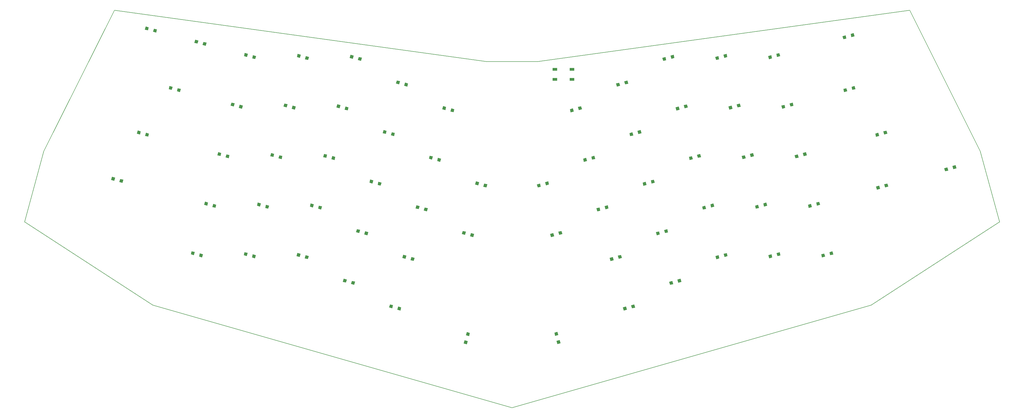
<source format=gbp>
G04 #@! TF.FileFunction,Paste,Bot*
%FSLAX46Y46*%
G04 Gerber Fmt 4.6, Leading zero omitted, Abs format (unit mm)*
G04 Created by KiCad (PCBNEW 4.0.7) date 09/07/18 18:10:35*
%MOMM*%
%LPD*%
G01*
G04 APERTURE LIST*
%ADD10C,0.100000*%
%ADD11C,0.150000*%
%ADD12R,1.700000X1.000000*%
G04 APERTURE END LIST*
D10*
D11*
X19050000Y-107156250D02*
X-28575000Y-76200000D01*
X152400000Y-145256250D02*
X19050000Y-107156250D01*
X285750000Y-107156250D02*
X152400000Y-145256250D01*
X333375000Y-76200000D02*
X285750000Y-107156250D01*
X326231250Y-50006250D02*
X333375000Y-76200000D01*
X300037500Y2381250D02*
X326231250Y-50006250D01*
X161925000Y-16668750D02*
X300037500Y2381250D01*
X142875000Y-16668750D02*
X161925000Y-16668750D01*
X4762500Y2381250D02*
X142875000Y-16668750D01*
X-21431250Y-50006250D02*
X4762500Y2381250D01*
X-28575000Y-76200000D02*
X-21431250Y-50006250D01*
D10*
G36*
X54326854Y-13814844D02*
X54016271Y-14973955D01*
X52857160Y-14663372D01*
X53167743Y-13504261D01*
X54326854Y-13814844D01*
X54326854Y-13814844D01*
G37*
G36*
X57369520Y-14630124D02*
X57058937Y-15789235D01*
X55899826Y-15478652D01*
X56210409Y-14319541D01*
X57369520Y-14630124D01*
X57369520Y-14630124D01*
G37*
G36*
X35925967Y-8884341D02*
X35615384Y-10043452D01*
X34456273Y-9732869D01*
X34766856Y-8573758D01*
X35925967Y-8884341D01*
X35925967Y-8884341D01*
G37*
G36*
X38968633Y-9699621D02*
X38658050Y-10858732D01*
X37498939Y-10548149D01*
X37809522Y-9389038D01*
X38968633Y-9699621D01*
X38968633Y-9699621D01*
G37*
G36*
X17525080Y-3953839D02*
X17214497Y-5112950D01*
X16055386Y-4802367D01*
X16365969Y-3643256D01*
X17525080Y-3953839D01*
X17525080Y-3953839D01*
G37*
G36*
X20567746Y-4769119D02*
X20257163Y-5928230D01*
X19098052Y-5617647D01*
X19408635Y-4458536D01*
X20567746Y-4769119D01*
X20567746Y-4769119D01*
G37*
G36*
X49396351Y-32215731D02*
X49085768Y-33374842D01*
X47926657Y-33064259D01*
X48237240Y-31905148D01*
X49396351Y-32215731D01*
X49396351Y-32215731D01*
G37*
G36*
X52439017Y-33031011D02*
X52128434Y-34190122D01*
X50969323Y-33879539D01*
X51279906Y-32720428D01*
X52439017Y-33031011D01*
X52439017Y-33031011D01*
G37*
G36*
X26395243Y-26052603D02*
X26084660Y-27211714D01*
X24925549Y-26901131D01*
X25236132Y-25742020D01*
X26395243Y-26052603D01*
X26395243Y-26052603D01*
G37*
G36*
X29437909Y-26867883D02*
X29127326Y-28026994D01*
X27968215Y-27716411D01*
X28278798Y-26557300D01*
X29437909Y-26867883D01*
X29437909Y-26867883D01*
G37*
G36*
X44465849Y-50616618D02*
X44155266Y-51775729D01*
X42996155Y-51465146D01*
X43306738Y-50306035D01*
X44465849Y-50616618D01*
X44465849Y-50616618D01*
G37*
G36*
X47508515Y-51431898D02*
X47197932Y-52591009D01*
X46038821Y-52280426D01*
X46349404Y-51121315D01*
X47508515Y-51431898D01*
X47508515Y-51431898D01*
G37*
G36*
X14564407Y-42604551D02*
X14253824Y-43763662D01*
X13094713Y-43453079D01*
X13405296Y-42293968D01*
X14564407Y-42604551D01*
X14564407Y-42604551D01*
G37*
G36*
X17607073Y-43419831D02*
X17296490Y-44578942D01*
X16137379Y-44268359D01*
X16447962Y-43109248D01*
X17607073Y-43419831D01*
X17607073Y-43419831D01*
G37*
G36*
X39535346Y-69017505D02*
X39224763Y-70176616D01*
X38065652Y-69866033D01*
X38376235Y-68706922D01*
X39535346Y-69017505D01*
X39535346Y-69017505D01*
G37*
G36*
X42578012Y-69832785D02*
X42267429Y-70991896D01*
X41108318Y-70681313D01*
X41418901Y-69522202D01*
X42578012Y-69832785D01*
X42578012Y-69832785D01*
G37*
G36*
X5033683Y-59772812D02*
X4723100Y-60931923D01*
X3563989Y-60621340D01*
X3874572Y-59462229D01*
X5033683Y-59772812D01*
X5033683Y-59772812D01*
G37*
G36*
X8076349Y-60588092D02*
X7765766Y-61747203D01*
X6606655Y-61436620D01*
X6917238Y-60277509D01*
X8076349Y-60588092D01*
X8076349Y-60588092D01*
G37*
G36*
X73960367Y-14145125D02*
X73649784Y-15304236D01*
X72490673Y-14993653D01*
X72801256Y-13834542D01*
X73960367Y-14145125D01*
X73960367Y-14145125D01*
G37*
G36*
X77003033Y-14960405D02*
X76692450Y-16119516D01*
X75533339Y-15808933D01*
X75843922Y-14649822D01*
X77003033Y-14960405D01*
X77003033Y-14960405D01*
G37*
G36*
X93593880Y-14475406D02*
X93283297Y-15634517D01*
X92124186Y-15323934D01*
X92434769Y-14164823D01*
X93593880Y-14475406D01*
X93593880Y-14475406D01*
G37*
G36*
X96636546Y-15290686D02*
X96325963Y-16449797D01*
X95166852Y-16139214D01*
X95477435Y-14980103D01*
X96636546Y-15290686D01*
X96636546Y-15290686D01*
G37*
G36*
X88663377Y-32876293D02*
X88352794Y-34035404D01*
X87193683Y-33724821D01*
X87504266Y-32565710D01*
X88663377Y-32876293D01*
X88663377Y-32876293D01*
G37*
G36*
X91706043Y-33691573D02*
X91395460Y-34850684D01*
X90236349Y-34540101D01*
X90546932Y-33380990D01*
X91706043Y-33691573D01*
X91706043Y-33691573D01*
G37*
G36*
X69029864Y-32546012D02*
X68719281Y-33705123D01*
X67560170Y-33394540D01*
X67870753Y-32235429D01*
X69029864Y-32546012D01*
X69029864Y-32546012D01*
G37*
G36*
X72072530Y-33361292D02*
X71761947Y-34520403D01*
X70602836Y-34209820D01*
X70913419Y-33050709D01*
X72072530Y-33361292D01*
X72072530Y-33361292D01*
G37*
G36*
X83732874Y-51277180D02*
X83422291Y-52436291D01*
X82263180Y-52125708D01*
X82573763Y-50966597D01*
X83732874Y-51277180D01*
X83732874Y-51277180D01*
G37*
G36*
X86775540Y-52092460D02*
X86464957Y-53251571D01*
X85305846Y-52940988D01*
X85616429Y-51781877D01*
X86775540Y-52092460D01*
X86775540Y-52092460D01*
G37*
G36*
X64099361Y-50946899D02*
X63788778Y-52106010D01*
X62629667Y-51795427D01*
X62940250Y-50636316D01*
X64099361Y-50946899D01*
X64099361Y-50946899D01*
G37*
G36*
X67142027Y-51762179D02*
X66831444Y-52921290D01*
X65672333Y-52610707D01*
X65982916Y-51451596D01*
X67142027Y-51762179D01*
X67142027Y-51762179D01*
G37*
G36*
X59168858Y-69347786D02*
X58858275Y-70506897D01*
X57699164Y-70196314D01*
X58009747Y-69037203D01*
X59168858Y-69347786D01*
X59168858Y-69347786D01*
G37*
G36*
X62211524Y-70163066D02*
X61900941Y-71322177D01*
X60741830Y-71011594D01*
X61052413Y-69852483D01*
X62211524Y-70163066D01*
X62211524Y-70163066D01*
G37*
G36*
X54238356Y-87748673D02*
X53927773Y-88907784D01*
X52768662Y-88597201D01*
X53079245Y-87438090D01*
X54238356Y-87748673D01*
X54238356Y-87748673D01*
G37*
G36*
X57281022Y-88563953D02*
X56970439Y-89723064D01*
X55811328Y-89412481D01*
X56121911Y-88253370D01*
X57281022Y-88563953D01*
X57281022Y-88563953D01*
G37*
G36*
X34604843Y-87418392D02*
X34294260Y-88577503D01*
X33135149Y-88266920D01*
X33445732Y-87107809D01*
X34604843Y-87418392D01*
X34604843Y-87418392D01*
G37*
G36*
X37647509Y-88233672D02*
X37336926Y-89392783D01*
X36177815Y-89082200D01*
X36488398Y-87923089D01*
X37647509Y-88233672D01*
X37647509Y-88233672D01*
G37*
G36*
X127930402Y-33536855D02*
X127619819Y-34695966D01*
X126460708Y-34385383D01*
X126771291Y-33226272D01*
X127930402Y-33536855D01*
X127930402Y-33536855D01*
G37*
G36*
X130973068Y-34352135D02*
X130662485Y-35511246D01*
X129503374Y-35200663D01*
X129813957Y-34041552D01*
X130973068Y-34352135D01*
X130973068Y-34352135D01*
G37*
G36*
X110762141Y-24006131D02*
X110451558Y-25165242D01*
X109292447Y-24854659D01*
X109603030Y-23695548D01*
X110762141Y-24006131D01*
X110762141Y-24006131D01*
G37*
G36*
X113804807Y-24821411D02*
X113494224Y-25980522D01*
X112335113Y-25669939D01*
X112645696Y-24510828D01*
X113804807Y-24821411D01*
X113804807Y-24821411D01*
G37*
G36*
X105831638Y-42407018D02*
X105521055Y-43566129D01*
X104361944Y-43255546D01*
X104672527Y-42096435D01*
X105831638Y-42407018D01*
X105831638Y-42407018D01*
G37*
G36*
X108874304Y-43222298D02*
X108563721Y-44381409D01*
X107404610Y-44070826D01*
X107715193Y-42911715D01*
X108874304Y-43222298D01*
X108874304Y-43222298D01*
G37*
G36*
X122999899Y-51937742D02*
X122689316Y-53096853D01*
X121530205Y-52786270D01*
X121840788Y-51627159D01*
X122999899Y-51937742D01*
X122999899Y-51937742D01*
G37*
G36*
X126042565Y-52753022D02*
X125731982Y-53912133D01*
X124572871Y-53601550D01*
X124883454Y-52442439D01*
X126042565Y-52753022D01*
X126042565Y-52753022D01*
G37*
G36*
X100901135Y-60807905D02*
X100590552Y-61967016D01*
X99431441Y-61656433D01*
X99742024Y-60497322D01*
X100901135Y-60807905D01*
X100901135Y-60807905D01*
G37*
G36*
X103943801Y-61623185D02*
X103633218Y-62782296D01*
X102474107Y-62471713D01*
X102784690Y-61312602D01*
X103943801Y-61623185D01*
X103943801Y-61623185D01*
G37*
G36*
X78802371Y-69678067D02*
X78491788Y-70837178D01*
X77332677Y-70526595D01*
X77643260Y-69367484D01*
X78802371Y-69678067D01*
X78802371Y-69678067D01*
G37*
G36*
X81845037Y-70493347D02*
X81534454Y-71652458D01*
X80375343Y-71341875D01*
X80685926Y-70182764D01*
X81845037Y-70493347D01*
X81845037Y-70493347D01*
G37*
G36*
X95970632Y-79208792D02*
X95660049Y-80367903D01*
X94500938Y-80057320D01*
X94811521Y-78898209D01*
X95970632Y-79208792D01*
X95970632Y-79208792D01*
G37*
G36*
X99013298Y-80024072D02*
X98702715Y-81183183D01*
X97543604Y-80872600D01*
X97854187Y-79713489D01*
X99013298Y-80024072D01*
X99013298Y-80024072D01*
G37*
G36*
X73871868Y-88078954D02*
X73561285Y-89238065D01*
X72402174Y-88927482D01*
X72712757Y-87768371D01*
X73871868Y-88078954D01*
X73871868Y-88078954D01*
G37*
G36*
X76914534Y-88894234D02*
X76603951Y-90053345D01*
X75444840Y-89742762D01*
X75755423Y-88583651D01*
X76914534Y-88894234D01*
X76914534Y-88894234D01*
G37*
G36*
X91040130Y-97609679D02*
X90729547Y-98768790D01*
X89570436Y-98458207D01*
X89881019Y-97299096D01*
X91040130Y-97609679D01*
X91040130Y-97609679D01*
G37*
G36*
X94082796Y-98424959D02*
X93772213Y-99584070D01*
X92613102Y-99273487D01*
X92923685Y-98114376D01*
X94082796Y-98424959D01*
X94082796Y-98424959D01*
G37*
G36*
X140168161Y-61468467D02*
X139857578Y-62627578D01*
X138698467Y-62316995D01*
X139009050Y-61157884D01*
X140168161Y-61468467D01*
X140168161Y-61468467D01*
G37*
G36*
X143210827Y-62283747D02*
X142900244Y-63442858D01*
X141741133Y-63132275D01*
X142051716Y-61973164D01*
X143210827Y-62283747D01*
X143210827Y-62283747D01*
G37*
G36*
X118069397Y-70338629D02*
X117758814Y-71497740D01*
X116599703Y-71187157D01*
X116910286Y-70028046D01*
X118069397Y-70338629D01*
X118069397Y-70338629D01*
G37*
G36*
X121112063Y-71153909D02*
X120801480Y-72313020D01*
X119642369Y-72002437D01*
X119952952Y-70843326D01*
X121112063Y-71153909D01*
X121112063Y-71153909D01*
G37*
G36*
X135237658Y-79869354D02*
X134927075Y-81028465D01*
X133767964Y-80717882D01*
X134078547Y-79558771D01*
X135237658Y-79869354D01*
X135237658Y-79869354D01*
G37*
G36*
X138280324Y-80684634D02*
X137969741Y-81843745D01*
X136810630Y-81533162D01*
X137121213Y-80374051D01*
X138280324Y-80684634D01*
X138280324Y-80684634D01*
G37*
G36*
X113138894Y-88739516D02*
X112828311Y-89898627D01*
X111669200Y-89588044D01*
X111979783Y-88428933D01*
X113138894Y-88739516D01*
X113138894Y-88739516D01*
G37*
G36*
X116181560Y-89554796D02*
X115870977Y-90713907D01*
X114711866Y-90403324D01*
X115022449Y-89244213D01*
X116181560Y-89554796D01*
X116181560Y-89554796D01*
G37*
G36*
X108208391Y-107140403D02*
X107897808Y-108299514D01*
X106738697Y-107988931D01*
X107049280Y-106829820D01*
X108208391Y-107140403D01*
X108208391Y-107140403D01*
G37*
G36*
X111251057Y-107955683D02*
X110940474Y-109114794D01*
X109781363Y-108804211D01*
X110091946Y-107645100D01*
X111251057Y-107955683D01*
X111251057Y-107955683D01*
G37*
G36*
X136421199Y-118619215D02*
X135262088Y-118308632D01*
X135572671Y-117149521D01*
X136731782Y-117460104D01*
X136421199Y-118619215D01*
X136421199Y-118619215D01*
G37*
G36*
X135605919Y-121661881D02*
X134446808Y-121351298D01*
X134757391Y-120192187D01*
X135916502Y-120502770D01*
X135605919Y-121661881D01*
X135605919Y-121661881D01*
G37*
G36*
X164955235Y-62649159D02*
X164644652Y-61490048D01*
X165803763Y-61179465D01*
X166114346Y-62338576D01*
X164955235Y-62649159D01*
X164955235Y-62649159D01*
G37*
G36*
X161912569Y-63464439D02*
X161601986Y-62305328D01*
X162761097Y-61994745D01*
X163071680Y-63153856D01*
X161912569Y-63464439D01*
X161912569Y-63464439D01*
G37*
G36*
X187054000Y-71519322D02*
X186743417Y-70360211D01*
X187902528Y-70049628D01*
X188213111Y-71208739D01*
X187054000Y-71519322D01*
X187054000Y-71519322D01*
G37*
G36*
X184011334Y-72334602D02*
X183700751Y-71175491D01*
X184859862Y-70864908D01*
X185170445Y-72024019D01*
X184011334Y-72334602D01*
X184011334Y-72334602D01*
G37*
G36*
X169885738Y-81050046D02*
X169575155Y-79890935D01*
X170734266Y-79580352D01*
X171044849Y-80739463D01*
X169885738Y-81050046D01*
X169885738Y-81050046D01*
G37*
G36*
X166843072Y-81865326D02*
X166532489Y-80706215D01*
X167691600Y-80395632D01*
X168002183Y-81554743D01*
X166843072Y-81865326D01*
X166843072Y-81865326D01*
G37*
G36*
X191984502Y-89920209D02*
X191673919Y-88761098D01*
X192833030Y-88450515D01*
X193143613Y-89609626D01*
X191984502Y-89920209D01*
X191984502Y-89920209D01*
G37*
G36*
X188941836Y-90735489D02*
X188631253Y-89576378D01*
X189790364Y-89265795D01*
X190100947Y-90424906D01*
X188941836Y-90735489D01*
X188941836Y-90735489D01*
G37*
G36*
X196915005Y-108321096D02*
X196604422Y-107161985D01*
X197763533Y-106851402D01*
X198074116Y-108010513D01*
X196915005Y-108321096D01*
X196915005Y-108321096D01*
G37*
G36*
X193872339Y-109136376D02*
X193561756Y-107977265D01*
X194720867Y-107666682D01*
X195031450Y-108825793D01*
X193872339Y-109136376D01*
X193872339Y-109136376D01*
G37*
G36*
X169569643Y-118211475D02*
X168410532Y-118522058D01*
X168099949Y-117362947D01*
X169259060Y-117052364D01*
X169569643Y-118211475D01*
X169569643Y-118211475D01*
G37*
G36*
X170384923Y-121254141D02*
X169225812Y-121564724D01*
X168915229Y-120405613D01*
X170074340Y-120095030D01*
X170384923Y-121254141D01*
X170384923Y-121254141D01*
G37*
G36*
X177192994Y-34717548D02*
X176882411Y-33558437D01*
X178041522Y-33247854D01*
X178352105Y-34406965D01*
X177192994Y-34717548D01*
X177192994Y-34717548D01*
G37*
G36*
X174150328Y-35532828D02*
X173839745Y-34373717D01*
X174998856Y-34063134D01*
X175309439Y-35222245D01*
X174150328Y-35532828D01*
X174150328Y-35532828D01*
G37*
G36*
X194361255Y-25186823D02*
X194050672Y-24027712D01*
X195209783Y-23717129D01*
X195520366Y-24876240D01*
X194361255Y-25186823D01*
X194361255Y-25186823D01*
G37*
G36*
X191318589Y-26002103D02*
X191008006Y-24842992D01*
X192167117Y-24532409D01*
X192477700Y-25691520D01*
X191318589Y-26002103D01*
X191318589Y-26002103D01*
G37*
G36*
X199291758Y-43587710D02*
X198981175Y-42428599D01*
X200140286Y-42118016D01*
X200450869Y-43277127D01*
X199291758Y-43587710D01*
X199291758Y-43587710D01*
G37*
G36*
X196249092Y-44402990D02*
X195938509Y-43243879D01*
X197097620Y-42933296D01*
X197408203Y-44092407D01*
X196249092Y-44402990D01*
X196249092Y-44402990D01*
G37*
G36*
X182123497Y-53118435D02*
X181812914Y-51959324D01*
X182972025Y-51648741D01*
X183282608Y-52807852D01*
X182123497Y-53118435D01*
X182123497Y-53118435D01*
G37*
G36*
X179080831Y-53933715D02*
X178770248Y-52774604D01*
X179929359Y-52464021D01*
X180239942Y-53623132D01*
X179080831Y-53933715D01*
X179080831Y-53933715D01*
G37*
G36*
X204222261Y-61988597D02*
X203911678Y-60829486D01*
X205070789Y-60518903D01*
X205381372Y-61678014D01*
X204222261Y-61988597D01*
X204222261Y-61988597D01*
G37*
G36*
X201179595Y-62803877D02*
X200869012Y-61644766D01*
X202028123Y-61334183D01*
X202338706Y-62493294D01*
X201179595Y-62803877D01*
X201179595Y-62803877D01*
G37*
G36*
X226321025Y-70858760D02*
X226010442Y-69699649D01*
X227169553Y-69389066D01*
X227480136Y-70548177D01*
X226321025Y-70858760D01*
X226321025Y-70858760D01*
G37*
G36*
X223278359Y-71674040D02*
X222967776Y-70514929D01*
X224126887Y-70204346D01*
X224437470Y-71363457D01*
X223278359Y-71674040D01*
X223278359Y-71674040D01*
G37*
G36*
X209152764Y-80389484D02*
X208842181Y-79230373D01*
X210001292Y-78919790D01*
X210311875Y-80078901D01*
X209152764Y-80389484D01*
X209152764Y-80389484D01*
G37*
G36*
X206110098Y-81204764D02*
X205799515Y-80045653D01*
X206958626Y-79735070D01*
X207269209Y-80894181D01*
X206110098Y-81204764D01*
X206110098Y-81204764D01*
G37*
G36*
X231251528Y-89259647D02*
X230940945Y-88100536D01*
X232100056Y-87789953D01*
X232410639Y-88949064D01*
X231251528Y-89259647D01*
X231251528Y-89259647D01*
G37*
G36*
X228208862Y-90074927D02*
X227898279Y-88915816D01*
X229057390Y-88605233D01*
X229367973Y-89764344D01*
X228208862Y-90074927D01*
X228208862Y-90074927D01*
G37*
G36*
X214083266Y-98790371D02*
X213772683Y-97631260D01*
X214931794Y-97320677D01*
X215242377Y-98479788D01*
X214083266Y-98790371D01*
X214083266Y-98790371D01*
G37*
G36*
X211040600Y-99605651D02*
X210730017Y-98446540D01*
X211889128Y-98135957D01*
X212199711Y-99295068D01*
X211040600Y-99605651D01*
X211040600Y-99605651D01*
G37*
G36*
X231163029Y-15325818D02*
X230852446Y-14166707D01*
X232011557Y-13856124D01*
X232322140Y-15015235D01*
X231163029Y-15325818D01*
X231163029Y-15325818D01*
G37*
G36*
X228120363Y-16141098D02*
X227809780Y-14981987D01*
X228968891Y-14671404D01*
X229279474Y-15830515D01*
X228120363Y-16141098D01*
X228120363Y-16141098D01*
G37*
G36*
X211529517Y-15656099D02*
X211218934Y-14496988D01*
X212378045Y-14186405D01*
X212688628Y-15345516D01*
X211529517Y-15656099D01*
X211529517Y-15656099D01*
G37*
G36*
X208486851Y-16471379D02*
X208176268Y-15312268D01*
X209335379Y-15001685D01*
X209645962Y-16160796D01*
X208486851Y-16471379D01*
X208486851Y-16471379D01*
G37*
G36*
X216460019Y-34056986D02*
X216149436Y-32897875D01*
X217308547Y-32587292D01*
X217619130Y-33746403D01*
X216460019Y-34056986D01*
X216460019Y-34056986D01*
G37*
G36*
X213417353Y-34872266D02*
X213106770Y-33713155D01*
X214265881Y-33402572D01*
X214576464Y-34561683D01*
X213417353Y-34872266D01*
X213417353Y-34872266D01*
G37*
G36*
X236093532Y-33726705D02*
X235782949Y-32567594D01*
X236942060Y-32257011D01*
X237252643Y-33416122D01*
X236093532Y-33726705D01*
X236093532Y-33726705D01*
G37*
G36*
X233050866Y-34541985D02*
X232740283Y-33382874D01*
X233899394Y-33072291D01*
X234209977Y-34231402D01*
X233050866Y-34541985D01*
X233050866Y-34541985D01*
G37*
G36*
X221390522Y-52457873D02*
X221079939Y-51298762D01*
X222239050Y-50988179D01*
X222549633Y-52147290D01*
X221390522Y-52457873D01*
X221390522Y-52457873D01*
G37*
G36*
X218347856Y-53273153D02*
X218037273Y-52114042D01*
X219196384Y-51803459D01*
X219506967Y-52962570D01*
X218347856Y-53273153D01*
X218347856Y-53273153D01*
G37*
G36*
X241024035Y-52127592D02*
X240713452Y-50968481D01*
X241872563Y-50657898D01*
X242183146Y-51817009D01*
X241024035Y-52127592D01*
X241024035Y-52127592D01*
G37*
G36*
X237981369Y-52942872D02*
X237670786Y-51783761D01*
X238829897Y-51473178D01*
X239140480Y-52632289D01*
X237981369Y-52942872D01*
X237981369Y-52942872D01*
G37*
G36*
X245954538Y-70528479D02*
X245643955Y-69369368D01*
X246803066Y-69058785D01*
X247113649Y-70217896D01*
X245954538Y-70528479D01*
X245954538Y-70528479D01*
G37*
G36*
X242911872Y-71343759D02*
X242601289Y-70184648D01*
X243760400Y-69874065D01*
X244070983Y-71033176D01*
X242911872Y-71343759D01*
X242911872Y-71343759D01*
G37*
G36*
X250885040Y-88929366D02*
X250574457Y-87770255D01*
X251733568Y-87459672D01*
X252044151Y-88618783D01*
X250885040Y-88929366D01*
X250885040Y-88929366D01*
G37*
G36*
X247842374Y-89744646D02*
X247531791Y-88585535D01*
X248690902Y-88274952D01*
X249001485Y-89434063D01*
X247842374Y-89744646D01*
X247842374Y-89744646D01*
G37*
G36*
X270518553Y-88599085D02*
X270207970Y-87439974D01*
X271367081Y-87129391D01*
X271677664Y-88288502D01*
X270518553Y-88599085D01*
X270518553Y-88599085D01*
G37*
G36*
X267475887Y-89414365D02*
X267165304Y-88255254D01*
X268324415Y-87944671D01*
X268634998Y-89103782D01*
X267475887Y-89414365D01*
X267475887Y-89414365D01*
G37*
G36*
X250796542Y-14995537D02*
X250485959Y-13836426D01*
X251645070Y-13525843D01*
X251955653Y-14684954D01*
X250796542Y-14995537D01*
X250796542Y-14995537D01*
G37*
G36*
X247753876Y-15810817D02*
X247443293Y-14651706D01*
X248602404Y-14341123D01*
X248912987Y-15500234D01*
X247753876Y-15810817D01*
X247753876Y-15810817D01*
G37*
G36*
X278397872Y-7599782D02*
X278087289Y-6440671D01*
X279246400Y-6130088D01*
X279556983Y-7289199D01*
X278397872Y-7599782D01*
X278397872Y-7599782D01*
G37*
G36*
X275355206Y-8415062D02*
X275044623Y-7255951D01*
X276203734Y-6945368D01*
X276514317Y-8104479D01*
X275355206Y-8415062D01*
X275355206Y-8415062D01*
G37*
G36*
X278728153Y-27233295D02*
X278417570Y-26074184D01*
X279576681Y-25763601D01*
X279887264Y-26922712D01*
X278728153Y-27233295D01*
X278728153Y-27233295D01*
G37*
G36*
X275685487Y-28048575D02*
X275374904Y-26889464D01*
X276534015Y-26578881D01*
X276844598Y-27737992D01*
X275685487Y-28048575D01*
X275685487Y-28048575D01*
G37*
G36*
X255727045Y-33396424D02*
X255416462Y-32237313D01*
X256575573Y-31926730D01*
X256886156Y-33085841D01*
X255727045Y-33396424D01*
X255727045Y-33396424D01*
G37*
G36*
X252684379Y-34211704D02*
X252373796Y-33052593D01*
X253532907Y-32742010D01*
X253843490Y-33901121D01*
X252684379Y-34211704D01*
X252684379Y-34211704D01*
G37*
G36*
X290558989Y-43785244D02*
X290248406Y-42626133D01*
X291407517Y-42315550D01*
X291718100Y-43474661D01*
X290558989Y-43785244D01*
X290558989Y-43785244D01*
G37*
G36*
X287516323Y-44600524D02*
X287205740Y-43441413D01*
X288364851Y-43130830D01*
X288675434Y-44289941D01*
X287516323Y-44600524D01*
X287516323Y-44600524D01*
G37*
G36*
X260657548Y-51797311D02*
X260346965Y-50638200D01*
X261506076Y-50327617D01*
X261816659Y-51486728D01*
X260657548Y-51797311D01*
X260657548Y-51797311D01*
G37*
G36*
X257614882Y-52612591D02*
X257304299Y-51453480D01*
X258463410Y-51142897D01*
X258773993Y-52302008D01*
X257614882Y-52612591D01*
X257614882Y-52612591D01*
G37*
G36*
X265588050Y-70198198D02*
X265277467Y-69039087D01*
X266436578Y-68728504D01*
X266747161Y-69887615D01*
X265588050Y-70198198D01*
X265588050Y-70198198D01*
G37*
G36*
X262545384Y-71013478D02*
X262234801Y-69854367D01*
X263393912Y-69543784D01*
X263704495Y-70702895D01*
X262545384Y-71013478D01*
X262545384Y-71013478D01*
G37*
G36*
X290889270Y-63418756D02*
X290578687Y-62259645D01*
X291737798Y-61949062D01*
X292048381Y-63108173D01*
X290889270Y-63418756D01*
X290889270Y-63418756D01*
G37*
G36*
X287846604Y-64234036D02*
X287536021Y-63074925D01*
X288695132Y-62764342D01*
X289005715Y-63923453D01*
X287846604Y-64234036D01*
X287846604Y-64234036D01*
G37*
G36*
X316190490Y-56639315D02*
X315879907Y-55480204D01*
X317039018Y-55169621D01*
X317349601Y-56328732D01*
X316190490Y-56639315D01*
X316190490Y-56639315D01*
G37*
G36*
X313147824Y-57454595D02*
X312837241Y-56295484D01*
X313996352Y-55984901D01*
X314306935Y-57144012D01*
X313147824Y-57454595D01*
X313147824Y-57454595D01*
G37*
D12*
X168300000Y-23331250D03*
X174600000Y-23331250D03*
X168300000Y-19531250D03*
X174600000Y-19531250D03*
M02*

</source>
